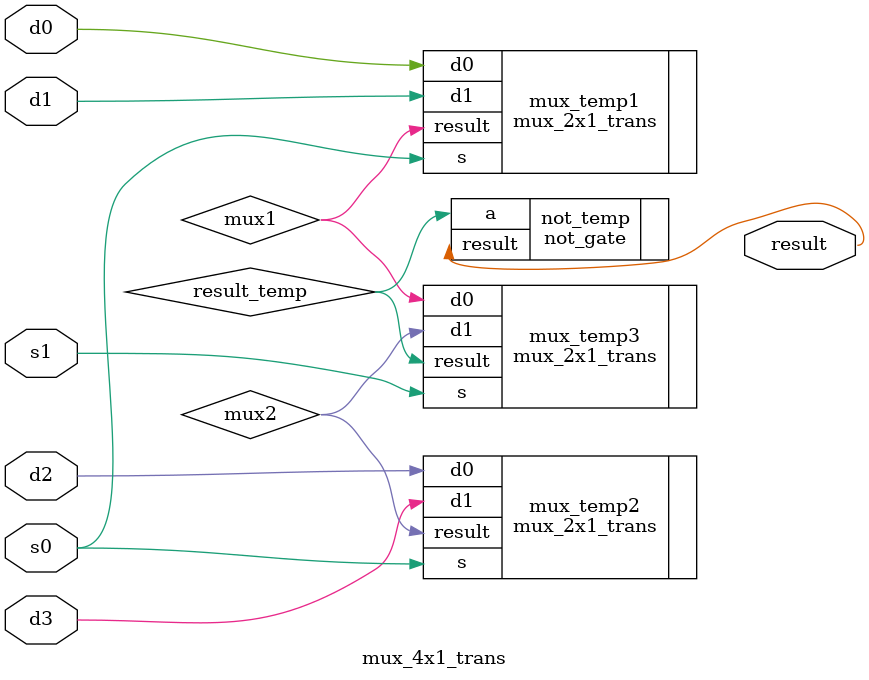
<source format=v>
`include "../2x1mux_trans/2x1mux_trans.v"

module mux_4x1_trans(input d0, input d1, input d2, input d3, input s0, input s1, output result);

	wire mux1;
	wire mux2;
	wire result_temp;

	mux_2x1_trans mux_temp1(
		.d0(d0),
		.d1(d1),
		.s(s0),
		.result(mux1)
	);

	mux_2x1_trans mux_temp2(
		.d0(d2),
		.d1(d3),
		.s(s0),
		.result(mux2)
	);

	mux_2x1_trans mux_temp3(
		.d0(mux1),
		.d1(mux2),
		.s(s1),
		.result(result_temp)
	);

	not_gate not_temp(
		.a(result_temp),
		.result(result)
	);

endmodule
</source>
